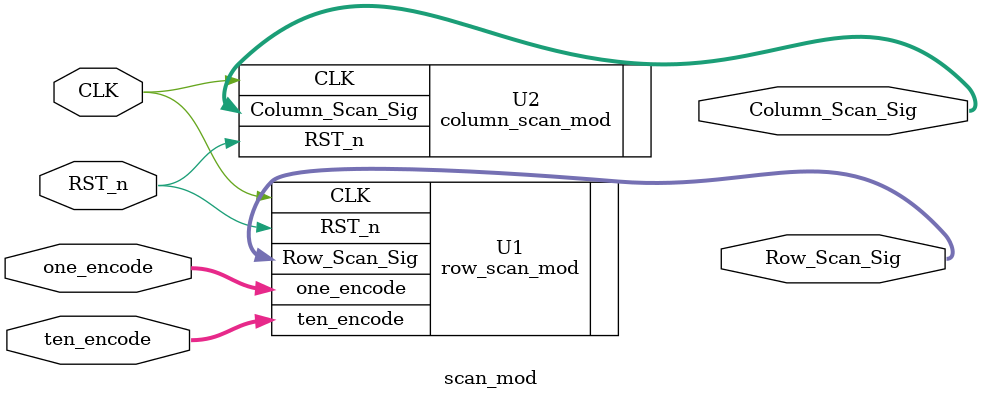
<source format=v>
`timescale 1ns / 1ps
module scan_mod(
    CLK,
    RST_n,
    ten_encode,
    one_encode,
    Row_Scan_Sig,
    Column_Scan_Sig
    );
    
    input CLK;
    input RST_n;
    input  [7:0]ten_encode;
    input  [7:0]one_encode;
    output [7:0]Row_Scan_Sig;
    output [5:0]Column_Scan_Sig;
    
    
    row_scan_mod U1(
        .CLK(CLK),
        .RST_n(RST_n),
        .ten_encode(ten_encode),
        .one_encode(one_encode),
        .Row_Scan_Sig(Row_Scan_Sig)
    );
    
    column_scan_mod U2(
        .CLK(CLK),
        .RST_n(RST_n),
        .Column_Scan_Sig(Column_Scan_Sig)
    );
    

endmodule

</source>
